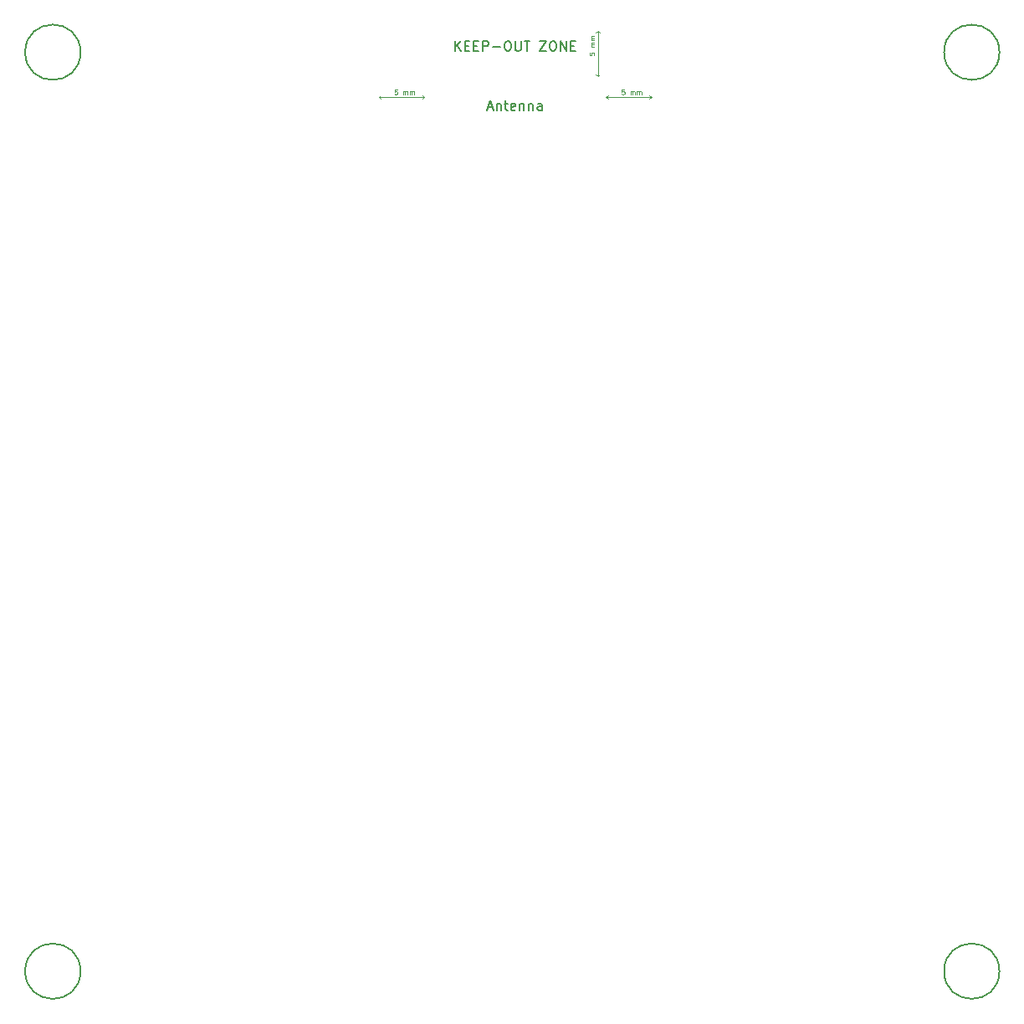
<source format=gbr>
G04 #@! TF.GenerationSoftware,KiCad,Pcbnew,6.0.6-3a73a75311~116~ubuntu22.04.1*
G04 #@! TF.CreationDate,2022-07-01T17:35:29+01:00*
G04 #@! TF.ProjectId,rLab_Door,724c6162-5f44-46f6-9f72-2e6b69636164,rev?*
G04 #@! TF.SameCoordinates,Original*
G04 #@! TF.FileFunction,Other,Comment*
%FSLAX46Y46*%
G04 Gerber Fmt 4.6, Leading zero omitted, Abs format (unit mm)*
G04 Created by KiCad (PCBNEW 6.0.6-3a73a75311~116~ubuntu22.04.1) date 2022-07-01 17:35:29*
%MOMM*%
%LPD*%
G01*
G04 APERTURE LIST*
%ADD10C,0.100000*%
%ADD11C,0.150000*%
G04 APERTURE END LIST*
D10*
G04 #@! TO.C,U4*
X104306190Y-50073095D02*
X104306190Y-50311190D01*
X104544285Y-50335000D01*
X104520476Y-50311190D01*
X104496666Y-50263571D01*
X104496666Y-50144523D01*
X104520476Y-50096904D01*
X104544285Y-50073095D01*
X104591904Y-50049285D01*
X104710952Y-50049285D01*
X104758571Y-50073095D01*
X104782380Y-50096904D01*
X104806190Y-50144523D01*
X104806190Y-50263571D01*
X104782380Y-50311190D01*
X104758571Y-50335000D01*
X104806190Y-49454047D02*
X104472857Y-49454047D01*
X104520476Y-49454047D02*
X104496666Y-49430238D01*
X104472857Y-49382619D01*
X104472857Y-49311190D01*
X104496666Y-49263571D01*
X104544285Y-49239761D01*
X104806190Y-49239761D01*
X104544285Y-49239761D02*
X104496666Y-49215952D01*
X104472857Y-49168333D01*
X104472857Y-49096904D01*
X104496666Y-49049285D01*
X104544285Y-49025476D01*
X104806190Y-49025476D01*
X104806190Y-48787380D02*
X104472857Y-48787380D01*
X104520476Y-48787380D02*
X104496666Y-48763571D01*
X104472857Y-48715952D01*
X104472857Y-48644523D01*
X104496666Y-48596904D01*
X104544285Y-48573095D01*
X104806190Y-48573095D01*
X104544285Y-48573095D02*
X104496666Y-48549285D01*
X104472857Y-48501666D01*
X104472857Y-48430238D01*
X104496666Y-48382619D01*
X104544285Y-48358809D01*
X104806190Y-48358809D01*
D11*
X90708571Y-49862380D02*
X90708571Y-48862380D01*
X91280000Y-49862380D02*
X90851428Y-49290952D01*
X91280000Y-48862380D02*
X90708571Y-49433809D01*
X91708571Y-49338571D02*
X92041904Y-49338571D01*
X92184761Y-49862380D02*
X91708571Y-49862380D01*
X91708571Y-48862380D01*
X92184761Y-48862380D01*
X92613333Y-49338571D02*
X92946666Y-49338571D01*
X93089523Y-49862380D02*
X92613333Y-49862380D01*
X92613333Y-48862380D01*
X93089523Y-48862380D01*
X93518095Y-49862380D02*
X93518095Y-48862380D01*
X93899047Y-48862380D01*
X93994285Y-48910000D01*
X94041904Y-48957619D01*
X94089523Y-49052857D01*
X94089523Y-49195714D01*
X94041904Y-49290952D01*
X93994285Y-49338571D01*
X93899047Y-49386190D01*
X93518095Y-49386190D01*
X94518095Y-49481428D02*
X95280000Y-49481428D01*
X95946666Y-48862380D02*
X96137142Y-48862380D01*
X96232380Y-48910000D01*
X96327619Y-49005238D01*
X96375238Y-49195714D01*
X96375238Y-49529047D01*
X96327619Y-49719523D01*
X96232380Y-49814761D01*
X96137142Y-49862380D01*
X95946666Y-49862380D01*
X95851428Y-49814761D01*
X95756190Y-49719523D01*
X95708571Y-49529047D01*
X95708571Y-49195714D01*
X95756190Y-49005238D01*
X95851428Y-48910000D01*
X95946666Y-48862380D01*
X96803809Y-48862380D02*
X96803809Y-49671904D01*
X96851428Y-49767142D01*
X96899047Y-49814761D01*
X96994285Y-49862380D01*
X97184761Y-49862380D01*
X97280000Y-49814761D01*
X97327619Y-49767142D01*
X97375238Y-49671904D01*
X97375238Y-48862380D01*
X97708571Y-48862380D02*
X98280000Y-48862380D01*
X97994285Y-49862380D02*
X97994285Y-48862380D01*
X99280000Y-48862380D02*
X99946666Y-48862380D01*
X99280000Y-49862380D01*
X99946666Y-49862380D01*
X100518095Y-48862380D02*
X100708571Y-48862380D01*
X100803809Y-48910000D01*
X100899047Y-49005238D01*
X100946666Y-49195714D01*
X100946666Y-49529047D01*
X100899047Y-49719523D01*
X100803809Y-49814761D01*
X100708571Y-49862380D01*
X100518095Y-49862380D01*
X100422857Y-49814761D01*
X100327619Y-49719523D01*
X100280000Y-49529047D01*
X100280000Y-49195714D01*
X100327619Y-49005238D01*
X100422857Y-48910000D01*
X100518095Y-48862380D01*
X101375238Y-49862380D02*
X101375238Y-48862380D01*
X101946666Y-49862380D01*
X101946666Y-48862380D01*
X102422857Y-49338571D02*
X102756190Y-49338571D01*
X102899047Y-49862380D02*
X102422857Y-49862380D01*
X102422857Y-48862380D01*
X102899047Y-48862380D01*
X94018095Y-55576666D02*
X94494285Y-55576666D01*
X93922857Y-55862380D02*
X94256190Y-54862380D01*
X94589523Y-55862380D01*
X94922857Y-55195714D02*
X94922857Y-55862380D01*
X94922857Y-55290952D02*
X94970476Y-55243333D01*
X95065714Y-55195714D01*
X95208571Y-55195714D01*
X95303809Y-55243333D01*
X95351428Y-55338571D01*
X95351428Y-55862380D01*
X95684761Y-55195714D02*
X96065714Y-55195714D01*
X95827619Y-54862380D02*
X95827619Y-55719523D01*
X95875238Y-55814761D01*
X95970476Y-55862380D01*
X96065714Y-55862380D01*
X96780000Y-55814761D02*
X96684761Y-55862380D01*
X96494285Y-55862380D01*
X96399047Y-55814761D01*
X96351428Y-55719523D01*
X96351428Y-55338571D01*
X96399047Y-55243333D01*
X96494285Y-55195714D01*
X96684761Y-55195714D01*
X96780000Y-55243333D01*
X96827619Y-55338571D01*
X96827619Y-55433809D01*
X96351428Y-55529047D01*
X97256190Y-55195714D02*
X97256190Y-55862380D01*
X97256190Y-55290952D02*
X97303809Y-55243333D01*
X97399047Y-55195714D01*
X97541904Y-55195714D01*
X97637142Y-55243333D01*
X97684761Y-55338571D01*
X97684761Y-55862380D01*
X98160952Y-55195714D02*
X98160952Y-55862380D01*
X98160952Y-55290952D02*
X98208571Y-55243333D01*
X98303809Y-55195714D01*
X98446666Y-55195714D01*
X98541904Y-55243333D01*
X98589523Y-55338571D01*
X98589523Y-55862380D01*
X99494285Y-55862380D02*
X99494285Y-55338571D01*
X99446666Y-55243333D01*
X99351428Y-55195714D01*
X99160952Y-55195714D01*
X99065714Y-55243333D01*
X99494285Y-55814761D02*
X99399047Y-55862380D01*
X99160952Y-55862380D01*
X99065714Y-55814761D01*
X99018095Y-55719523D01*
X99018095Y-55624285D01*
X99065714Y-55529047D01*
X99160952Y-55481428D01*
X99399047Y-55481428D01*
X99494285Y-55433809D01*
D10*
X107841904Y-53761190D02*
X107603809Y-53761190D01*
X107580000Y-53999285D01*
X107603809Y-53975476D01*
X107651428Y-53951666D01*
X107770476Y-53951666D01*
X107818095Y-53975476D01*
X107841904Y-53999285D01*
X107865714Y-54046904D01*
X107865714Y-54165952D01*
X107841904Y-54213571D01*
X107818095Y-54237380D01*
X107770476Y-54261190D01*
X107651428Y-54261190D01*
X107603809Y-54237380D01*
X107580000Y-54213571D01*
X108460952Y-54261190D02*
X108460952Y-53927857D01*
X108460952Y-53975476D02*
X108484761Y-53951666D01*
X108532380Y-53927857D01*
X108603809Y-53927857D01*
X108651428Y-53951666D01*
X108675238Y-53999285D01*
X108675238Y-54261190D01*
X108675238Y-53999285D02*
X108699047Y-53951666D01*
X108746666Y-53927857D01*
X108818095Y-53927857D01*
X108865714Y-53951666D01*
X108889523Y-53999285D01*
X108889523Y-54261190D01*
X109127619Y-54261190D02*
X109127619Y-53927857D01*
X109127619Y-53975476D02*
X109151428Y-53951666D01*
X109199047Y-53927857D01*
X109270476Y-53927857D01*
X109318095Y-53951666D01*
X109341904Y-53999285D01*
X109341904Y-54261190D01*
X109341904Y-53999285D02*
X109365714Y-53951666D01*
X109413333Y-53927857D01*
X109484761Y-53927857D01*
X109532380Y-53951666D01*
X109556190Y-53999285D01*
X109556190Y-54261190D01*
X84841904Y-53761190D02*
X84603809Y-53761190D01*
X84580000Y-53999285D01*
X84603809Y-53975476D01*
X84651428Y-53951666D01*
X84770476Y-53951666D01*
X84818095Y-53975476D01*
X84841904Y-53999285D01*
X84865714Y-54046904D01*
X84865714Y-54165952D01*
X84841904Y-54213571D01*
X84818095Y-54237380D01*
X84770476Y-54261190D01*
X84651428Y-54261190D01*
X84603809Y-54237380D01*
X84580000Y-54213571D01*
X85460952Y-54261190D02*
X85460952Y-53927857D01*
X85460952Y-53975476D02*
X85484761Y-53951666D01*
X85532380Y-53927857D01*
X85603809Y-53927857D01*
X85651428Y-53951666D01*
X85675238Y-53999285D01*
X85675238Y-54261190D01*
X85675238Y-53999285D02*
X85699047Y-53951666D01*
X85746666Y-53927857D01*
X85818095Y-53927857D01*
X85865714Y-53951666D01*
X85889523Y-53999285D01*
X85889523Y-54261190D01*
X86127619Y-54261190D02*
X86127619Y-53927857D01*
X86127619Y-53975476D02*
X86151428Y-53951666D01*
X86199047Y-53927857D01*
X86270476Y-53927857D01*
X86318095Y-53951666D01*
X86341904Y-53999285D01*
X86341904Y-54261190D01*
X86341904Y-53999285D02*
X86365714Y-53951666D01*
X86413333Y-53927857D01*
X86484761Y-53927857D01*
X86532380Y-53951666D01*
X86556190Y-53999285D01*
X86556190Y-54261190D01*
D11*
G04 #@! TO.C,REF\u002A\u002A*
X145800000Y-50000000D02*
G75*
G03*
X145800000Y-50000000I-2800000J0D01*
G01*
X52800000Y-50000000D02*
G75*
G03*
X52800000Y-50000000I-2800000J0D01*
G01*
X52800000Y-143000000D02*
G75*
G03*
X52800000Y-143000000I-2800000J0D01*
G01*
D10*
G04 #@! TO.C,U4*
X105180000Y-52410000D02*
X104980000Y-52210000D01*
X82980000Y-54535000D02*
X87580000Y-54535000D01*
X105980000Y-54535000D02*
X106180000Y-54335000D01*
X105980000Y-54535000D02*
X106180000Y-54735000D01*
X105180000Y-47810000D02*
X104980000Y-48010000D01*
X105180000Y-52410000D02*
X105380000Y-52210000D01*
X87580000Y-54535000D02*
X87380000Y-54335000D01*
X110580000Y-54535000D02*
X110380000Y-54335000D01*
X82980000Y-54535000D02*
X83180000Y-54335000D01*
X105980000Y-54535000D02*
X110580000Y-54535000D01*
X87580000Y-54535000D02*
X87380000Y-54735000D01*
X105180000Y-52410000D02*
X105180000Y-47810000D01*
X82980000Y-54535000D02*
X83180000Y-54735000D01*
X110580000Y-54535000D02*
X110380000Y-54735000D01*
X105180000Y-47810000D02*
X105380000Y-48010000D01*
D11*
G04 #@! TO.C,REF\u002A\u002A*
X145800000Y-143000000D02*
G75*
G03*
X145800000Y-143000000I-2800000J0D01*
G01*
G04 #@! TD*
M02*

</source>
